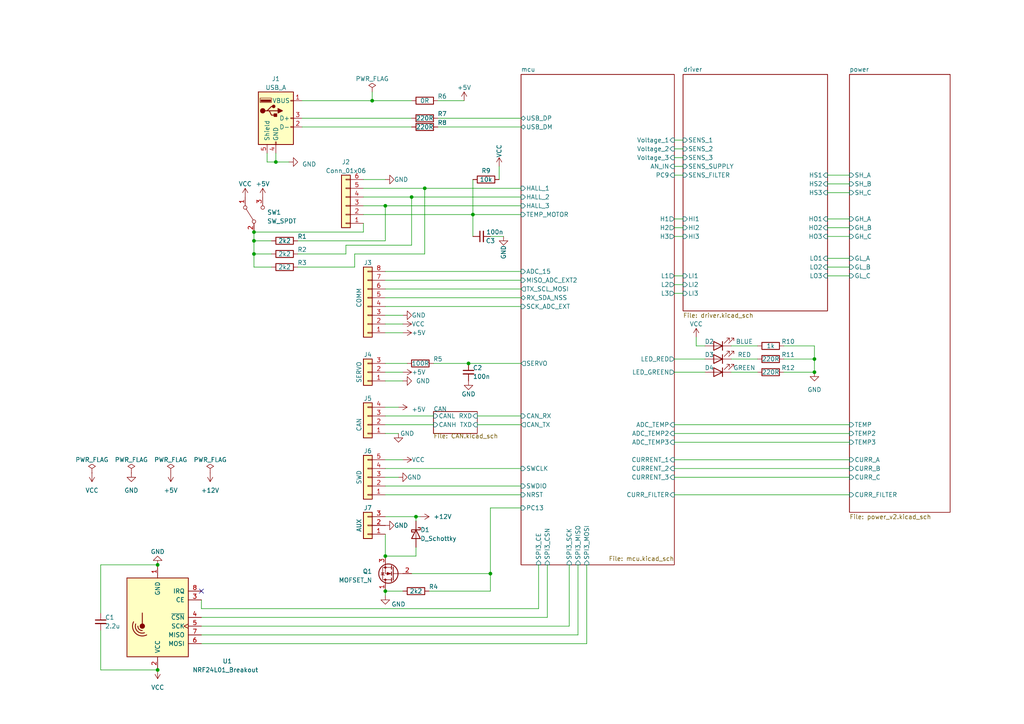
<source format=kicad_sch>
(kicad_sch (version 20230121) (generator eeschema)
  (paper "A4")
  (lib_symbols
    (symbol "Connector:USB_A" (pin_names (offset 1.016))
      (property "Reference" "J" (at -5.08 11.43 0))
      (property "Value" "USB_A" (at -5.08 8.89 0))
      (symbol "USB_A_0_1"
        (rectangle (start -5.08 -7.62) (end 5.08 7.62) (stroke (width 0.254)) (fill (type background)))
        (circle (center -3.81 2.159) (radius 0.635) (stroke (width 0.254)) (fill (type outline)))
        (rectangle (start -1.524 4.826) (end -4.318 5.334) (fill (type outline)))
        (rectangle (start -1.27 4.572) (end -4.572 5.842))
        (circle (center -0.635 3.429) (radius 0.381) (stroke (width 0.254)) (fill (type outline)))
        (rectangle (start -0.127 -7.62) (end 0.127 -6.858))
        (polyline (pts (xy -3.175 2.159) (xy -2.54 2.159) (xy -1.27 3.429) (xy -0.635 3.429)) (stroke (width 0.254)))
        (polyline (pts (xy -2.54 2.159) (xy -1.905 2.159) (xy -1.27 0.889) (xy 0 0.889)) (stroke (width 0.254)))
        (polyline (pts (xy 0.635 2.794) (xy 0.635 1.524) (xy 1.905 2.159) (xy 0.635 2.794)) (stroke (width 0.254)) (fill (type outline)))
        (rectangle (start 0.254 1.27) (end -0.508 0.508) (stroke (width 0.254)) (fill (type outline)))
        (rectangle (start 5.08 -2.667) (end 4.318 -2.413))
        (rectangle (start 5.08 -0.127) (end 4.318 0.127))
        (rectangle (start 5.08 4.953) (end 4.318 5.207))
      )
      (symbol "USB_A_1_1"
        (polyline (pts (xy -1.905 2.159) (xy 0.635 2.159)) (stroke (width 0.254)))
        (pin power_in line (at 7.62 5.08 180) (length 2.54) (name "VBUS") (number "1"))
        (pin bidirectional line (at 7.62 -2.54 180) (length 2.54) (name "D-") (number "2"))
        (pin bidirectional line (at 7.62 0 180) (length 2.54) (name "D+") (number "3"))
        (pin power_in line (at 0 -10.16 90) (length 2.54) (name "GND") (number "4"))
        (pin passive line (at -2.54 -10.16 90) (length 2.54) (name "Shield") (number "5"))
      )
    )
    (symbol "Connector_Generic:Conn_01x03" (pin_names (offset 1.016) hide)
      (property "Reference" "J" (at 0 5.08 0))
      (property "Value" "Conn_01x03" (at 0 -5.08 0))
      (symbol "Conn_01x03_1_1"
        (rectangle (start -1.27 -2.413) (end 0 -2.667) (stroke (width 0.1524)))
        (rectangle (start -1.27 0.127) (end 0 -0.127) (stroke (width 0.1524)))
        (rectangle (start -1.27 2.667) (end 0 2.413) (stroke (width 0.1524)))
        (rectangle (start -1.27 3.81) (end 1.27 -3.81) (stroke (width 0.254)) (fill (type background)))
        (pin passive line (at -5.08 2.54 0) (length 3.81) (name "Pin_1") (number "1"))
        (pin passive line (at -5.08 0 0) (length 3.81) (name "Pin_2") (number "2"))
        (pin passive line (at -5.08 -2.54 0) (length 3.81) (name "Pin_3") (number "3"))
      )
    )
    (symbol "Connector_Generic:Conn_01x04" (pin_names (offset 1.016) hide)
      (property "Reference" "J" (at 0 5.08 0))
      (property "Value" "Conn_01x04" (at 0 -7.62 0))
      (symbol "Conn_01x04_1_1"
        (rectangle (start -1.27 -4.953) (end 0 -5.207) (stroke (width 0.1524)))
        (rectangle (start -1.27 -2.413) (end 0 -2.667) (stroke (width 0.1524)))
        (rectangle (start -1.27 0.127) (end 0 -0.127) (stroke (width 0.1524)))
        (rectangle (start -1.27 2.667) (end 0 2.413) (stroke (width 0.1524)))
        (rectangle (start -1.27 3.81) (end 1.27 -6.35) (stroke (width 0.254)) (fill (type background)))
        (pin passive line (at -5.08 2.54 0) (length 3.81) (name "Pin_1") (number "1"))
        (pin passive line (at -5.08 0 0) (length 3.81) (name "Pin_2") (number "2"))
        (pin passive line (at -5.08 -2.54 0) (length 3.81) (name "Pin_3") (number "3"))
        (pin passive line (at -5.08 -5.08 0) (length 3.81) (name "Pin_4") (number "4"))
      )
    )
    (symbol "Connector_Generic:Conn_01x05" (pin_names (offset 1.016) hide)
      (property "Reference" "J" (at 0 7.62 0))
      (property "Value" "Conn_01x05" (at 0 -7.62 0))
      (symbol "Conn_01x05_1_1"
        (rectangle (start -1.27 -4.953) (end 0 -5.207) (stroke (width 0.1524)))
        (rectangle (start -1.27 -2.413) (end 0 -2.667) (stroke (width 0.1524)))
        (rectangle (start -1.27 0.127) (end 0 -0.127) (stroke (width 0.1524)))
        (rectangle (start -1.27 2.667) (end 0 2.413) (stroke (width 0.1524)))
        (rectangle (start -1.27 5.207) (end 0 4.953) (stroke (width 0.1524)))
        (rectangle (start -1.27 6.35) (end 1.27 -6.35) (stroke (width 0.254)) (fill (type background)))
        (pin passive line (at -5.08 5.08 0) (length 3.81) (name "Pin_1") (number "1"))
        (pin passive line (at -5.08 2.54 0) (length 3.81) (name "Pin_2") (number "2"))
        (pin passive line (at -5.08 0 0) (length 3.81) (name "Pin_3") (number "3"))
        (pin passive line (at -5.08 -2.54 0) (length 3.81) (name "Pin_4") (number "4"))
        (pin passive line (at -5.08 -5.08 0) (length 3.81) (name "Pin_5") (number "5"))
      )
    )
    (symbol "Connector_Generic:Conn_01x06" (pin_names (offset 1.016) hide)
      (property "Reference" "J" (at 0 7.62 0))
      (property "Value" "Conn_01x06" (at 0 -10.16 0))
      (symbol "Conn_01x06_1_1"
        (rectangle (start -1.27 -7.493) (end 0 -7.747) (stroke (width 0.1524)))
        (rectangle (start -1.27 -4.953) (end 0 -5.207) (stroke (width 0.1524)))
        (rectangle (start -1.27 -2.413) (end 0 -2.667) (stroke (width 0.1524)))
        (rectangle (start -1.27 0.127) (end 0 -0.127) (stroke (width 0.1524)))
        (rectangle (start -1.27 2.667) (end 0 2.413) (stroke (width 0.1524)))
        (rectangle (start -1.27 5.207) (end 0 4.953) (stroke (width 0.1524)))
        (rectangle (start -1.27 6.35) (end 1.27 -8.89) (stroke (width 0.254)) (fill (type background)))
        (pin passive line (at -5.08 5.08 0) (length 3.81) (name "Pin_1") (number "1"))
        (pin passive line (at -5.08 2.54 0) (length 3.81) (name "Pin_2") (number "2"))
        (pin passive line (at -5.08 0 0) (length 3.81) (name "Pin_3") (number "3"))
        (pin passive line (at -5.08 -2.54 0) (length 3.81) (name "Pin_4") (number "4"))
        (pin passive line (at -5.08 -5.08 0) (length 3.81) (name "Pin_5") (number "5"))
        (pin passive line (at -5.08 -7.62 0) (length 3.81) (name "Pin_6") (number "6"))
      )
    )
    (symbol "Connector_Generic:Conn_01x08" (pin_names (offset 1.016) hide)
      (property "Reference" "J" (at 0 10.16 0))
      (property "Value" "Conn_01x08" (at 0 -12.7 0))
      (symbol "Conn_01x08_1_1"
        (rectangle (start -1.27 -10.033) (end 0 -10.287) (stroke (width 0.1524)))
        (rectangle (start -1.27 -7.493) (end 0 -7.747) (stroke (width 0.1524)))
        (rectangle (start -1.27 -4.953) (end 0 -5.207) (stroke (width 0.1524)))
        (rectangle (start -1.27 -2.413) (end 0 -2.667) (stroke (width 0.1524)))
        (rectangle (start -1.27 0.127) (end 0 -0.127) (stroke (width 0.1524)))
        (rectangle (start -1.27 2.667) (end 0 2.413) (stroke (width 0.1524)))
        (rectangle (start -1.27 5.207) (end 0 4.953) (stroke (width 0.1524)))
        (rectangle (start -1.27 7.747) (end 0 7.493) (stroke (width 0.1524)))
        (rectangle (start -1.27 8.89) (end 1.27 -11.43) (stroke (width 0.254)) (fill (type background)))
        (pin passive line (at -5.08 7.62 0) (length 3.81) (name "Pin_1") (number "1"))
        (pin passive line (at -5.08 5.08 0) (length 3.81) (name "Pin_2") (number "2"))
        (pin passive line (at -5.08 2.54 0) (length 3.81) (name "Pin_3") (number "3"))
        (pin passive line (at -5.08 0 0) (length 3.81) (name "Pin_4") (number "4"))
        (pin passive line (at -5.08 -2.54 0) (length 3.81) (name "Pin_5") (number "5"))
        (pin passive line (at -5.08 -5.08 0) (length 3.81) (name "Pin_6") (number "6"))
        (pin passive line (at -5.08 -7.62 0) (length 3.81) (name "Pin_7") (number "7"))
        (pin passive line (at -5.08 -10.16 0) (length 3.81) (name "Pin_8") (number "8"))
      )
    )
    (symbol "Device:C_Small" (pin_numbers hide) (pin_names (offset 0.254) hide)
      (property "Reference" "C" (at 0.254 1.778 0))
      (property "Value" "C_Small" (at 0.254 -2.032 0))
      (symbol "C_Small_0_1"
        (polyline (pts (xy -1.524 -0.508) (xy 1.524 -0.508)) (stroke (width 0.3302)))
        (polyline (pts (xy -1.524 0.508) (xy 1.524 0.508)) (stroke (width 0.3048)))
      )
      (symbol "C_Small_1_1"
        (pin passive line (at 0 2.54 270) (length 2.032) (name "~") (number "1"))
        (pin passive line (at 0 -2.54 90) (length 2.032) (name "~") (number "2"))
      )
    )
    (symbol "Device:D_Schottky" (pin_numbers hide) (pin_names (offset 1.016) hide)
      (property "Reference" "D" (at 0 2.54 0))
      (property "Value" "D_Schottky" (at 0 -2.54 0))
      (symbol "D_Schottky_0_1"
        (polyline (pts (xy 1.27 0) (xy -1.27 0)))
        (polyline (pts (xy 1.27 1.27) (xy 1.27 -1.27) (xy -1.27 0) (xy 1.27 1.27)) (stroke (width 0.254)))
        (polyline (pts (xy -1.905 0.635) (xy -1.905 1.27) (xy -1.27 1.27) (xy -1.27 -1.27) (xy -0.635 -1.27) (xy -0.635 -0.635)) (stroke (width 0.254)))
      )
      (symbol "D_Schottky_1_1"
        (pin passive line (at -3.81 0 0) (length 2.54) (name "K") (number "1"))
        (pin passive line (at 3.81 0 180) (length 2.54) (name "A") (number "2"))
      )
    )
    (symbol "Device:LED" (pin_numbers hide) (pin_names (offset 1.016) hide)
      (property "Reference" "D" (at 0 2.54 0))
      (property "Value" "LED" (at 0 -2.54 0))
      (symbol "LED_0_1"
        (polyline (pts (xy -1.27 -1.27) (xy -1.27 1.27)) (stroke (width 0.254)))
        (polyline (pts (xy -1.27 0) (xy 1.27 0)))
        (polyline (pts (xy 1.27 -1.27) (xy 1.27 1.27) (xy -1.27 0) (xy 1.27 -1.27)) (stroke (width 0.254)))
        (polyline (pts (xy -3.048 -0.762) (xy -4.572 -2.286) (xy -3.81 -2.286) (xy -4.572 -2.286) (xy -4.572 -1.524)))
        (polyline (pts (xy -1.778 -0.762) (xy -3.302 -2.286) (xy -2.54 -2.286) (xy -3.302 -2.286) (xy -3.302 -1.524)))
      )
      (symbol "LED_1_1"
        (pin passive line (at -3.81 0 0) (length 2.54) (name "K") (number "1"))
        (pin passive line (at 3.81 0 180) (length 2.54) (name "A") (number "2"))
      )
    )
    (symbol "Device:R" (pin_numbers hide) (pin_names (offset 0))
      (property "Reference" "R" (at 2.032 0 90))
      (property "Value" "R" (at 0 0 90))
      (symbol "R_0_1"
        (rectangle (start -1.016 -2.54) (end 1.016 2.54) (stroke (width 0.254)))
      )
      (symbol "R_1_1"
        (pin passive line (at 0 3.81 270) (length 1.27) (name "~") (number "1"))
        (pin passive line (at 0 -3.81 90) (length 1.27) (name "~") (number "2"))
      )
    )
    (symbol "RF:NRF24L01_Breakout" (pin_names (offset 1.016))
      (property "Reference" "U" (at -8.89 12.7 0))
      (property "Value" "NRF24L01_Breakout" (at 3.81 12.7 0))
      (symbol "NRF24L01_Breakout_0_1"
        (rectangle (start -8.89 11.43) (end 8.89 -11.43) (stroke (width 0.254)) (fill (type background)))
        (polyline (pts (xy 4.445 1.905) (xy 4.445 -1.27)) (stroke (width 0.254)))
        (circle (center 4.445 2.54) (radius 0.635) (stroke (width 0.254)) (fill (type outline)))
        (arc (start 5.715 2.54) (mid 5.3521 3.4546) (end 4.445 3.81) (stroke (width 0.254)))
        (arc (start 6.35 1.905) (mid 5.8763 3.9854) (end 3.81 4.445) (stroke (width 0.254)))
        (arc (start 6.985 1.27) (mid 6.453 4.548) (end 3.175 5.08) (stroke (width 0.254)))
      )
      (symbol "NRF24L01_Breakout_1_1"
        (pin power_in line (at 0 -15.24 90) (length 3.81) (name "GND") (number "1"))
        (pin power_in line (at 0 15.24 270) (length 3.81) (name "VCC") (number "2"))
        (pin input line (at -12.7 -5.08 0) (length 3.81) (name "CE") (number "3"))
        (pin input line (at -12.7 0 0) (length 3.81) (name "~{CSN}") (number "4"))
        (pin input clock (at -12.7 2.54 0) (length 3.81) (name "SCK") (number "5"))
        (pin input line (at -12.7 7.62 0) (length 3.81) (name "MOSI") (number "6"))
        (pin output line (at -12.7 5.08 0) (length 3.81) (name "MISO") (number "7"))
        (pin output line (at -12.7 -7.62 0) (length 3.81) (name "IRQ") (number "8"))
      )
    )
    (symbol "Switch:SW_SPDT" (pin_names (offset 0) hide)
      (property "Reference" "SW" (at 0 4.318 0))
      (property "Value" "SW_SPDT" (at 0 -5.08 0))
      (symbol "SW_SPDT_0_0"
        (circle (center -2.032 0) (radius 0.508))
        (circle (center 2.032 -2.54) (radius 0.508))
      )
      (symbol "SW_SPDT_0_1"
        (polyline (pts (xy -1.524 0.254) (xy 1.651 2.286)))
        (circle (center 2.032 2.54) (radius 0.508))
      )
      (symbol "SW_SPDT_1_1"
        (pin passive line (at 5.08 2.54 180) (length 2.54) (name "A") (number "1"))
        (pin passive line (at -5.08 0 0) (length 2.54) (name "B") (number "2"))
        (pin passive line (at 5.08 -2.54 180) (length 2.54) (name "C") (number "3"))
      )
    )
    (symbol "Transistor_FET:IRF7748L1" (pin_names hide)
      (property "Reference" "Q" (at 5.08 1.905 0))
      (property "Value" "IRF7748L1" (at 5.08 0 0))
      (symbol "IRF7748L1_0_1"
        (polyline (pts (xy 0.254 0) (xy -2.54 0)))
        (polyline (pts (xy 0.254 1.905) (xy 0.254 -1.905)) (stroke (width 0.254)))
        (polyline (pts (xy 0.762 -1.27) (xy 0.762 -2.286)) (stroke (width 0.254)))
        (polyline (pts (xy 0.762 0.508) (xy 0.762 -0.508)) (stroke (width 0.254)))
        (polyline (pts (xy 0.762 2.286) (xy 0.762 1.27)) (stroke (width 0.254)))
        (polyline (pts (xy 2.54 2.54) (xy 2.54 1.778)))
        (polyline (pts (xy 2.54 -2.54) (xy 2.54 0) (xy 0.762 0)))
        (polyline (pts (xy 0.762 -1.778) (xy 3.302 -1.778) (xy 3.302 1.778) (xy 0.762 1.778)))
        (polyline (pts (xy 1.016 0) (xy 2.032 0.381) (xy 2.032 -0.381) (xy 1.016 0)) (fill (type outline)))
        (polyline (pts (xy 2.794 0.508) (xy 2.921 0.381) (xy 3.683 0.381) (xy 3.81 0.254)))
        (polyline (pts (xy 3.302 0.381) (xy 2.921 -0.254) (xy 3.683 -0.254) (xy 3.302 0.381)))
        (circle (center 1.651 0) (radius 2.794) (stroke (width 0.254)))
        (circle (center 2.54 -1.778) (radius 0.254) (fill (type outline)))
        (circle (center 2.54 1.778) (radius 0.254) (fill (type outline)))
      )
      (symbol "IRF7748L1_1_1"
        (pin passive line (at 2.54 5.08 270) (length 2.54) (name "D") (number "1"))
        (pin input line (at -5.08 0 0) (length 2.54) (name "G") (number "2"))
        (pin passive line (at 2.54 -5.08 90) (length 2.54) (name "S") (number "3"))
      )
    )
    (symbol "power:+12V" (power) (pin_names (offset 0))
      (property "Value" "+12V" (at 0 3.556 0))
      (symbol "+12V_0_1"
        (polyline (pts (xy -0.762 1.27) (xy 0 2.54)))
        (polyline (pts (xy 0 0) (xy 0 2.54)))
        (polyline (pts (xy 0 2.54) (xy 0.762 1.27)))
      )
      (symbol "+12V_1_1"
        (pin power_in line (at 0 0 90) (length 0) hide (name "+12V") (number "1"))
      )
    )
    (symbol "power:+5V" (power) (pin_names (offset 0))
      (property "Value" "+5V" (at 0 3.556 0))
      (symbol "+5V_0_1"
        (polyline (pts (xy -0.762 1.27) (xy 0 2.54)))
        (polyline (pts (xy 0 0) (xy 0 2.54)))
        (polyline (pts (xy 0 2.54) (xy 0.762 1.27)))
      )
      (symbol "+5V_1_1"
        (pin power_in line (at 0 0 90) (length 0) hide (name "+5V") (number "1"))
      )
    )
    (symbol "power:GND" (power) (pin_names (offset 0))
      (property "Value" "GND" (at 0 -3.81 0))
      (symbol "GND_0_1"
        (polyline (pts (xy 0 0) (xy 0 -1.27) (xy 1.27 -1.27) (xy 0 -2.54) (xy -1.27 -1.27) (xy 0 -1.27)))
      )
      (symbol "GND_1_1"
        (pin power_in line (at 0 0 270) (length 0) hide (name "GND") (number "1"))
      )
    )
    (symbol "power:PWR_FLAG" (power) (pin_numbers hide) (pin_names (offset 0) hide)
      (property "Value" "PWR_FLAG" (at 0 3.81 0))
      (symbol "PWR_FLAG_0_0"
        (pin power_out line (at 0 0 90) (length 0) (name "pwr") (number "1"))
      )
      (symbol "PWR_FLAG_0_1"
        (polyline (pts (xy 0 0) (xy 0 1.27) (xy -1.016 1.905) (xy 0 2.54) (xy 1.016 1.905) (xy 0 1.27)))
      )
    )
    (symbol "power:VCC" (power) (pin_names (offset 0))
      (property "Value" "VCC" (at 0 3.81 0))
      (symbol "VCC_0_1"
        (polyline (pts (xy -0.762 1.27) (xy 0 2.54)))
        (polyline (pts (xy 0 0) (xy 0 2.54)))
        (polyline (pts (xy 0 2.54) (xy 0.762 1.27)))
      )
      (symbol "VCC_1_1"
        (pin power_in line (at 0 0 90) (length 0) hide (name "VCC") (number "1"))
      )
    )
  )
  (junction (at 123.19 54.61))
  (junction (at 236.22 107.95))
  (junction (at 45.72 163.83))
  (junction (at 73.66 73.66))
  (junction (at 142.24 166.37))
  (junction (at 111.76 59.69))
  (junction (at 236.22 104.14))
  (junction (at 45.72 194.31))
  (junction (at 111.76 161.29))
  (junction (at 135.89 105.41))
  (junction (at 111.76 171.45))
  (junction (at 73.66 67.31))
  (junction (at 119.38 57.15))
  (junction (at 107.95 29.21))
  (junction (at 120.65 149.86))
  (junction (at 80.01 46.99))
  (junction (at 73.66 69.85))
  (junction (at 137.16 62.23))
  (no_connect (at 58.42 171.45))
  (wire (pts (xy 29.21 163.83) (xy 29.21 177.8)))
  (wire (pts (xy 195.58 123.19) (xy 246.38 123.19)))
  (wire (pts (xy 227.33 107.95) (xy 236.22 107.95)))
  (wire (pts (xy 156.21 163.83) (xy 156.21 176.53)))
  (wire (pts (xy 142.24 166.37) (xy 142.24 147.32)))
  (wire (pts (xy 195.58 66.04) (xy 198.12 66.04)))
  (wire (pts (xy 73.66 69.85) (xy 78.74 69.85)))
  (wire (pts (xy 120.65 149.86) (xy 121.92 149.86)))
  (wire (pts (xy 29.21 194.31) (xy 45.72 194.31)))
  (wire (pts (xy 111.76 83.82) (xy 151.13 83.82)))
  (wire (pts (xy 86.36 73.66) (xy 100.33 73.66)))
  (wire (pts (xy 195.58 104.14) (xy 204.47 104.14)))
  (wire (pts (xy 58.42 176.53) (xy 58.42 173.99)))
  (wire (pts (xy 87.63 34.29) (xy 119.38 34.29)))
  (wire (pts (xy 116.84 96.52) (xy 111.76 96.52)))
  (wire (pts (xy 123.19 54.61) (xy 151.13 54.61)))
  (wire (pts (xy 100.33 71.12) (xy 119.38 71.12)))
  (wire (pts (xy 195.58 63.5) (xy 198.12 63.5)))
  (wire (pts (xy 195.58 138.43) (xy 246.38 138.43)))
  (wire (pts (xy 45.72 163.83) (xy 29.21 163.83)))
  (wire (pts (xy 107.95 26.67) (xy 107.95 29.21)))
  (wire (pts (xy 240.03 77.47) (xy 246.38 77.47)))
  (wire (pts (xy 83.82 46.99) (xy 80.01 46.99)))
  (wire (pts (xy 240.03 55.88) (xy 246.38 55.88)))
  (wire (pts (xy 116.84 110.49) (xy 111.76 110.49)))
  (wire (pts (xy 120.65 158.75) (xy 120.65 161.29)))
  (wire (pts (xy 116.84 91.44) (xy 111.76 91.44)))
  (wire (pts (xy 58.42 179.07) (xy 158.75 179.07)))
  (wire (pts (xy 111.76 143.51) (xy 151.13 143.51)))
  (wire (pts (xy 170.18 163.83) (xy 170.18 186.69)))
  (wire (pts (xy 73.66 67.31) (xy 73.66 69.85)))
  (wire (pts (xy 29.21 182.88) (xy 29.21 194.31)))
  (wire (pts (xy 111.76 59.69) (xy 151.13 59.69)))
  (wire (pts (xy 73.66 73.66) (xy 73.66 77.47)))
  (wire (pts (xy 201.93 100.33) (xy 204.47 100.33)))
  (wire (pts (xy 111.76 140.97) (xy 151.13 140.97)))
  (wire (pts (xy 195.58 50.8) (xy 198.12 50.8)))
  (wire (pts (xy 123.19 73.66) (xy 123.19 54.61)))
  (wire (pts (xy 111.76 135.89) (xy 151.13 135.89)))
  (wire (pts (xy 227.33 100.33) (xy 236.22 100.33)))
  (wire (pts (xy 135.89 105.41) (xy 125.73 105.41)))
  (wire (pts (xy 116.84 171.45) (xy 111.76 171.45)))
  (wire (pts (xy 105.41 67.31) (xy 73.66 67.31)))
  (wire (pts (xy 111.76 118.11) (xy 115.57 118.11)))
  (wire (pts (xy 111.76 105.41) (xy 118.11 105.41)))
  (wire (pts (xy 111.76 81.28) (xy 151.13 81.28)))
  (wire (pts (xy 102.87 73.66) (xy 123.19 73.66)))
  (wire (pts (xy 137.16 52.07) (xy 137.16 62.23)))
  (wire (pts (xy 212.09 104.14) (xy 219.71 104.14)))
  (wire (pts (xy 124.46 171.45) (xy 142.24 171.45)))
  (wire (pts (xy 240.03 66.04) (xy 246.38 66.04)))
  (wire (pts (xy 195.58 85.09) (xy 198.12 85.09)))
  (wire (pts (xy 135.89 105.41) (xy 151.13 105.41)))
  (wire (pts (xy 142.24 166.37) (xy 142.24 171.45)))
  (wire (pts (xy 195.58 82.55) (xy 198.12 82.55)))
  (wire (pts (xy 195.58 107.95) (xy 204.47 107.95)))
  (wire (pts (xy 120.65 151.13) (xy 120.65 149.86)))
  (wire (pts (xy 111.76 88.9) (xy 151.13 88.9)))
  (wire (pts (xy 111.76 154.94) (xy 111.76 161.29)))
  (wire (pts (xy 195.58 80.01) (xy 198.12 80.01)))
  (wire (pts (xy 167.64 184.15) (xy 58.42 184.15)))
  (wire (pts (xy 156.21 176.53) (xy 58.42 176.53)))
  (wire (pts (xy 105.41 54.61) (xy 123.19 54.61)))
  (wire (pts (xy 167.64 163.83) (xy 167.64 184.15)))
  (wire (pts (xy 77.47 44.45) (xy 77.47 46.99)))
  (wire (pts (xy 137.16 62.23) (xy 151.13 62.23)))
  (wire (pts (xy 201.93 97.79) (xy 201.93 100.33)))
  (wire (pts (xy 102.87 77.47) (xy 102.87 73.66)))
  (wire (pts (xy 195.58 133.35) (xy 246.38 133.35)))
  (wire (pts (xy 158.75 179.07) (xy 158.75 163.83)))
  (wire (pts (xy 144.78 48.26) (xy 144.78 52.07)))
  (wire (pts (xy 240.03 53.34) (xy 246.38 53.34)))
  (wire (pts (xy 195.58 135.89) (xy 246.38 135.89)))
  (wire (pts (xy 165.1 163.83) (xy 165.1 181.61)))
  (wire (pts (xy 107.95 29.21) (xy 119.38 29.21)))
  (wire (pts (xy 127 36.83) (xy 151.13 36.83)))
  (wire (pts (xy 195.58 48.26) (xy 198.12 48.26)))
  (wire (pts (xy 105.41 62.23) (xy 137.16 62.23)))
  (wire (pts (xy 73.66 73.66) (xy 78.74 73.66)))
  (wire (pts (xy 119.38 166.37) (xy 142.24 166.37)))
  (wire (pts (xy 195.58 128.27) (xy 246.38 128.27)))
  (wire (pts (xy 111.76 171.45) (xy 111.76 172.72)))
  (wire (pts (xy 87.63 29.21) (xy 107.95 29.21)))
  (wire (pts (xy 100.33 73.66) (xy 100.33 71.12)))
  (wire (pts (xy 240.03 63.5) (xy 246.38 63.5)))
  (wire (pts (xy 119.38 57.15) (xy 151.13 57.15)))
  (wire (pts (xy 240.03 80.01) (xy 246.38 80.01)))
  (wire (pts (xy 111.76 78.74) (xy 151.13 78.74)))
  (wire (pts (xy 195.58 68.58) (xy 198.12 68.58)))
  (wire (pts (xy 116.84 107.95) (xy 111.76 107.95)))
  (wire (pts (xy 58.42 186.69) (xy 170.18 186.69)))
  (wire (pts (xy 195.58 143.51) (xy 246.38 143.51)))
  (wire (pts (xy 236.22 100.33) (xy 236.22 104.14)))
  (wire (pts (xy 86.36 69.85) (xy 111.76 69.85)))
  (wire (pts (xy 105.41 52.07) (xy 111.76 52.07)))
  (wire (pts (xy 111.76 120.65) (xy 125.73 120.65)))
  (wire (pts (xy 105.41 64.77) (xy 105.41 67.31)))
  (wire (pts (xy 146.05 68.58) (xy 142.24 68.58)))
  (wire (pts (xy 195.58 43.18) (xy 198.12 43.18)))
  (wire (pts (xy 120.65 161.29) (xy 111.76 161.29)))
  (wire (pts (xy 212.09 107.95) (xy 219.71 107.95)))
  (wire (pts (xy 111.76 123.19) (xy 125.73 123.19)))
  (wire (pts (xy 227.33 104.14) (xy 236.22 104.14)))
  (wire (pts (xy 86.36 77.47) (xy 102.87 77.47)))
  (wire (pts (xy 58.42 181.61) (xy 165.1 181.61)))
  (wire (pts (xy 127 34.29) (xy 151.13 34.29)))
  (wire (pts (xy 73.66 77.47) (xy 78.74 77.47)))
  (wire (pts (xy 138.43 120.65) (xy 151.13 120.65)))
  (wire (pts (xy 142.24 147.32) (xy 151.13 147.32)))
  (wire (pts (xy 127 29.21) (xy 134.62 29.21)))
  (wire (pts (xy 105.41 57.15) (xy 119.38 57.15)))
  (wire (pts (xy 236.22 104.14) (xy 236.22 107.95)))
  (wire (pts (xy 116.84 133.35) (xy 111.76 133.35)))
  (wire (pts (xy 111.76 59.69) (xy 111.76 69.85)))
  (wire (pts (xy 195.58 45.72) (xy 198.12 45.72)))
  (wire (pts (xy 111.76 138.43) (xy 115.57 138.43)))
  (wire (pts (xy 77.47 46.99) (xy 80.01 46.99)))
  (wire (pts (xy 87.63 36.83) (xy 119.38 36.83)))
  (wire (pts (xy 73.66 69.85) (xy 73.66 73.66)))
  (wire (pts (xy 105.41 59.69) (xy 111.76 59.69)))
  (wire (pts (xy 137.16 62.23) (xy 137.16 68.58)))
  (wire (pts (xy 240.03 50.8) (xy 246.38 50.8)))
  (wire (pts (xy 138.43 123.19) (xy 151.13 123.19)))
  (wire (pts (xy 195.58 40.64) (xy 198.12 40.64)))
  (wire (pts (xy 116.84 93.98) (xy 111.76 93.98)))
  (wire (pts (xy 111.76 125.73) (xy 115.57 125.73)))
  (wire (pts (xy 195.58 125.73) (xy 246.38 125.73)))
  (wire (pts (xy 119.38 57.15) (xy 119.38 71.12)))
  (wire (pts (xy 212.09 100.33) (xy 219.71 100.33)))
  (wire (pts (xy 240.03 68.58) (xy 246.38 68.58)))
  (wire (pts (xy 111.76 149.86) (xy 120.65 149.86)))
  (wire (pts (xy 240.03 74.93) (xy 246.38 74.93)))
  (wire (pts (xy 80.01 44.45) (xy 80.01 46.99)))
  (wire (pts (xy 111.76 86.36) (xy 151.13 86.36)))
  (symbol (lib_id "Device:R") (at 123.19 29.21 270) (unit 1)
    (property "Reference" "R6" (at 128.27 27.94 90))
    (property "Value" "0R" (at 123.19 29.21 90))
    (property "Footprint" "Resistor_SMD:R_0805_2012Metric" (effects hide))
  )
  (symbol (lib_id "power:GND") (at 45.72 163.83 180) (unit 1)
    (property "Reference" "#PWR03" (effects hide))
    (property "Value" "GND" (at 45.72 160.02 0))
  )
  (symbol (lib_id "Device:R") (at 121.92 105.41 270) (unit 1)
    (property "Reference" "R5" (at 127 104.14 90))
    (property "Value" "100R" (at 121.92 105.41 90))
    (property "Footprint" "Resistor_SMD:R_0805_2012Metric" (effects hide))
  )
  (symbol (lib_id "power:VCC") (at 116.84 93.98 270) (unit 1)
    (property "Reference" "#PWR017" (effects hide))
    (property "Value" "VCC" (at 119.38 93.98 90) (effects (justify left)))
  )
  (symbol (lib_id "power:GND") (at 83.82 46.99 90) (unit 1)
    (property "Reference" "#PWR09" (effects hide))
    (property "Value" "GND" (at 87.63 47.625 90) (effects (justify right)))
  )
  (symbol (lib_id "Device:R") (at 82.55 77.47 270) (unit 1)
    (property "Reference" "R3" (at 87.63 76.2 90))
    (property "Value" "2k2" (at 82.55 77.47 90))
    (property "Footprint" "Resistor_SMD:R_0805_2012Metric" (effects hide))
  )
  (symbol (lib_id "Device:R") (at 82.55 69.85 270) (unit 1)
    (property "Reference" "R1" (at 87.63 68.58 90))
    (property "Value" "2k2" (at 82.55 69.85 90))
    (property "Footprint" "Resistor_SMD:R_0805_2012Metric" (effects hide))
  )
  (symbol (lib_id "power:PWR_FLAG") (at 38.1 137.16 0) (unit 1)
    (property "Reference" "#FLG02" (effects hide))
    (property "Value" "PWR_FLAG" (at 38.1 133.35 0))
  )
  (symbol (lib_id "Device:LED") (at 208.28 100.33 180) (unit 1)
    (property "Reference" "D2" (at 205.74 99.06 0))
    (property "Value" "BLUE" (at 215.9 99.06 0))
    (property "Footprint" "LED_SMD:LED_0805_2012Metric" (effects hide))
  )
  (symbol (lib_id "power:PWR_FLAG") (at 26.67 137.16 0) (unit 1)
    (property "Reference" "#FLG01" (effects hide))
    (property "Value" "PWR_FLAG" (at 26.67 133.35 0))
  )
  (symbol (lib_id "power:VCC") (at 201.93 97.79 0) (unit 1)
    (property "Reference" "#PWR027" (effects hide))
    (property "Value" "VCC" (at 201.93 93.98 0))
  )
  (symbol (lib_id "Device:C_Small") (at 139.7 68.58 90) (unit 1)
    (property "Reference" "C3" (at 142.24 69.85 90))
    (property "Value" "100n" (at 143.51 67.31 90))
    (property "Footprint" "Capacitor_SMD:C_0805_2012Metric" (effects hide))
  )
  (symbol (lib_id "Connector_Generic:Conn_01x08") (at 106.68 88.9 180) (unit 1)
    (property "Reference" "J3" (at 106.68 76.2 0))
    (property "Value" "COMM" (at 104.14 86.36 90))
    (property "Footprint" "Connector_PinHeader_2.54mm:PinHeader_1x08_P2.54mm_Vertical" (effects hide))
  )
  (symbol (lib_id "power:GND") (at 111.76 172.72 0) (unit 1)
    (property "Reference" "#PWR012" (effects hide))
    (property "Value" "GND" (at 115.57 175.26 0))
  )
  (symbol (lib_id "power:GND") (at 111.76 152.4 90) (unit 1)
    (property "Reference" "#PWR011" (effects hide))
    (property "Value" "GND" (at 114.3 152.4 90) (effects (justify right)))
  )
  (symbol (lib_id "power:VCC") (at 71.12 57.15 0) (unit 1)
    (property "Reference" "#PWR07" (effects hide))
    (property "Value" "VCC" (at 71.12 53.34 0))
  )
  (symbol (lib_id "power:+12V") (at 121.92 149.86 270) (unit 1)
    (property "Reference" "#PWR022" (effects hide))
    (property "Value" "+12V" (at 125.73 149.86 90) (effects (justify left)))
  )
  (symbol (lib_id "power:VCC") (at 26.67 137.16 180) (unit 1)
    (property "Reference" "#PWR01" (effects hide))
    (property "Value" "VCC" (at 26.67 142.24 0))
  )
  (symbol (lib_id "Device:R") (at 223.52 104.14 270) (unit 1)
    (property "Reference" "R11" (at 228.6 102.87 90))
    (property "Value" "220R" (at 223.52 104.14 90))
    (property "Footprint" "Resistor_SMD:R_0805_2012Metric" (effects hide))
  )
  (symbol (lib_id "power:+5V") (at 134.62 29.21 0) (unit 1)
    (property "Reference" "#PWR023" (effects hide))
    (property "Value" "+5V" (at 134.62 25.4 0))
  )
  (symbol (lib_id "RF:NRF24L01_Breakout") (at 45.72 179.07 180) (unit 1)
    (property "Reference" "U1" (at 67.31 191.77 0) (effects (justify left)))
    (property "Value" "NRF24L01_Breakout" (at 74.93 194.31 0) (effects (justify left)))
    (property "Footprint" "RF_Module:nRF24L01_Breakout" (effects hide))
    (property "Datasheet" "http://www.nordicsemi.com/eng/content/download/2730/34105/file/nRF24L01_Product_Specification_v2_0.pdf" (effects hide))
  )
  (symbol (lib_id "Device:LED") (at 208.28 107.95 180) (unit 1)
    (property "Reference" "D4" (at 205.74 106.68 0))
    (property "Value" "GREEN" (at 215.9 106.68 0))
    (property "Footprint" "LED_SMD:LED_0805_2012Metric" (effects hide))
  )
  (symbol (lib_id "power:VCC") (at 45.72 194.31 180) (unit 1)
    (property "Reference" "#PWR04" (effects hide))
    (property "Value" "VCC" (at 45.72 199.39 0))
  )
  (symbol (lib_id "Device:R") (at 120.65 171.45 270) (unit 1)
    (property "Reference" "R4" (at 125.73 170.18 90))
    (property "Value" "2k2" (at 120.65 171.45 90))
    (property "Footprint" "Resistor_SMD:R_0805_2012Metric" (effects hide))
  )
  (symbol (lib_id "power:PWR_FLAG") (at 107.95 26.67 0) (unit 1)
    (property "Reference" "#FLG05" (effects hide))
    (property "Value" "PWR_FLAG" (at 107.95 22.86 0))
  )
  (symbol (lib_id "Device:R") (at 82.55 73.66 270) (unit 1)
    (property "Reference" "R2" (at 87.63 72.39 90))
    (property "Value" "2k2" (at 82.55 73.66 90))
    (property "Footprint" "Resistor_SMD:R_0805_2012Metric" (effects hide))
  )
  (symbol (lib_id "power:GND") (at 236.22 107.95 0) (unit 1)
    (property "Reference" "#PWR028" (effects hide))
    (property "Value" "GND" (at 236.22 113.03 0))
  )
  (symbol (lib_id "Device:R") (at 123.19 34.29 270) (unit 1)
    (property "Reference" "R7" (at 128.27 33.02 90))
    (property "Value" "220R" (at 123.19 34.29 90))
    (property "Footprint" "Resistor_SMD:R_0805_2012Metric" (effects hide))
  )
  (symbol (lib_id "Switch:SW_SPDT") (at 73.66 62.23 90) (unit 1)
    (property "Reference" "SW1" (at 77.47 61.595 90) (effects (justify right)))
    (property "Value" "SW_SPDT" (at 77.47 64.135 90) (effects (justify right)))
    (property "Footprint" "Resistor_SMD:R_0805_2012Metric" (effects hide))
  )
  (symbol (lib_id "power:GND") (at 115.57 138.43 90) (unit 1)
    (property "Reference" "#PWR015" (effects hide))
    (property "Value" "GND" (at 118.11 138.43 90) (effects (justify right)))
  )
  (symbol (lib_id "power:PWR_FLAG") (at 60.96 137.16 0) (unit 1)
    (property "Reference" "#FLG04" (effects hide))
    (property "Value" "PWR_FLAG" (at 60.96 133.35 0))
  )
  (symbol (lib_id "power:GND") (at 135.89 110.49 0) (unit 1)
    (property "Reference" "#PWR024" (effects hide))
    (property "Value" "GND" (at 135.89 114.3 0))
  )
  (symbol (lib_id "power:GND") (at 115.57 125.73 0) (unit 1)
    (property "Reference" "#PWR014" (effects hide))
    (property "Value" "GND" (at 118.11 125.73 0))
  )
  (symbol (lib_id "power:GND") (at 116.84 91.44 90) (unit 1)
    (property "Reference" "#PWR016" (effects hide))
    (property "Value" "GND" (at 119.38 91.44 90) (effects (justify right)))
  )
  (symbol (lib_id "power:+5V") (at 116.84 96.52 270) (unit 1)
    (property "Reference" "#PWR018" (effects hide))
    (property "Value" "+5V" (at 119.38 96.52 90) (effects (justify left)))
  )
  (symbol (lib_id "power:+5V") (at 116.84 107.95 270) (unit 1)
    (property "Reference" "#PWR019" (effects hide))
    (property "Value" "+5V" (at 119.38 107.95 90) (effects (justify left)))
  )
  (symbol (lib_id "Device:R") (at 140.97 52.07 270) (unit 1)
    (property "Reference" "R9" (at 140.97 49.53 90))
    (property "Value" "10k" (at 140.97 52.07 90))
    (property "Footprint" "Resistor_SMD:R_0805_2012Metric" (effects hide))
  )
  (symbol (lib_id "power:+12V") (at 60.96 137.16 180) (unit 1)
    (property "Reference" "#PWR06" (effects hide))
    (property "Value" "+12V" (at 60.96 142.24 0))
  )
  (symbol (lib_id "power:PWR_FLAG") (at 49.53 137.16 0) (unit 1)
    (property "Reference" "#FLG03" (effects hide))
    (property "Value" "PWR_FLAG" (at 49.53 133.35 0))
  )
  (symbol (lib_id "Transistor_FET:IRF7748L1") (at 114.3 166.37 180) (unit 1)
    (property "Reference" "Q1" (at 107.95 165.735 0) (effects (justify left)))
    (property "Value" "MOFSET_N" (at 107.95 168.275 0) (effects (justify left)))
    (property "Footprint" "Package_DirectFET:DirectFET_L6" (effects hide))
    (property "Datasheet" "https://www.infineon.com/dgdl/irf7748l1pbf.pdf?fileId=5546d462533600a40153560434c11c9e" (effects hide))
  )
  (symbol (lib_id "Connector_Generic:Conn_01x04") (at 106.68 123.19 180) (unit 1)
    (property "Reference" "J5" (at 106.68 115.57 0))
    (property "Value" "CAN" (at 104.14 123.19 90))
  )
  (symbol (lib_id "power:GND") (at 111.76 52.07 90) (unit 1)
    (property "Reference" "#PWR010" (effects hide))
    (property "Value" "GND" (at 114.3 52.07 90) (effects (justify right)))
  )
  (symbol (lib_id "Connector_Generic:Conn_01x05") (at 106.68 138.43 180) (unit 1)
    (property "Reference" "J6" (at 106.68 130.81 0))
    (property "Value" "SWD" (at 104.14 138.43 90))
  )
  (symbol (lib_id "Device:C_Small") (at 29.21 180.34 0) (unit 1)
    (property "Reference" "C1" (at 30.48 179.07 0) (effects (justify left)))
    (property "Value" "2.2u" (at 30.48 181.61 0) (effects (justify left)))
    (property "Footprint" "Capacitor_SMD:C_0805_2012Metric" (effects hide))
  )
  (symbol (lib_id "Connector_Generic:Conn_01x06") (at 100.33 59.69 180) (unit 1)
    (property "Reference" "J2" (at 100.33 46.99 0))
    (property "Value" "Conn_01x06" (at 100.33 49.53 0))
    (property "Footprint" "Connector_JST:JST_XH_B6B-XH-A_1x06_P2.50mm_Vertical" (effects hide))
  )
  (symbol (lib_id "power:+5V") (at 76.2 57.15 0) (unit 1)
    (property "Reference" "#PWR08" (effects hide))
    (property "Value" "+5V" (at 76.2 53.34 0))
  )
  (symbol (lib_id "Connector_Generic:Conn_01x03") (at 106.68 107.95 180) (unit 1)
    (property "Reference" "J4" (at 106.68 102.87 0))
    (property "Value" "SERVO" (at 104.14 107.95 90))
  )
  (symbol (lib_id "power:+5V") (at 115.57 118.11 270) (unit 1)
    (property "Reference" "#PWR013" (effects hide))
    (property "Value" "+5V" (at 119.38 118.745 90) (effects (justify left)))
  )
  (symbol (lib_id "Device:C_Small") (at 135.89 107.95 0) (unit 1)
    (property "Reference" "C2" (at 137.16 106.68 0) (effects (justify left)))
    (property "Value" "100n" (at 137.16 109.22 0) (effects (justify left)))
    (property "Footprint" "Capacitor_SMD:C_0805_2012Metric" (effects hide))
  )
  (symbol (lib_id "power:GND") (at 38.1 137.16 0) (unit 1)
    (property "Reference" "#PWR02" (effects hide))
    (property "Value" "GND" (at 38.1 142.24 0))
  )
  (symbol (lib_id "Device:R") (at 223.52 107.95 270) (unit 1)
    (property "Reference" "R12" (at 228.6 106.68 90))
    (property "Value" "220R" (at 223.52 107.95 90))
    (property "Footprint" "Resistor_SMD:R_0805_2012Metric" (effects hide))
  )
  (symbol (lib_id "Device:D_Schottky") (at 120.65 154.94 270) (unit 1)
    (property "Reference" "D1" (at 121.92 153.67 90) (effects (justify left)))
    (property "Value" "D_Schottky" (at 121.92 156.21 90) (effects (justify left)))
  )
  (symbol (lib_id "Connector:USB_A") (at 80.01 34.29 0) (unit 1)
    (property "Reference" "J1" (at 80.01 22.86 0))
    (property "Value" "USB_A" (at 80.01 25.4 0))
    (property "Footprint" "Connector_USB:USB_Micro-B_Molex-105017-0001" (effects hide))
    (property "Datasheet" " ~" (effects hide))
  )
  (symbol (lib_id "Device:R") (at 223.52 100.33 270) (unit 1)
    (property "Reference" "R10" (at 228.6 99.06 90))
    (property "Value" "1k" (at 223.52 100.33 90))
    (property "Footprint" "Resistor_SMD:R_0805_2012Metric" (effects hide))
  )
  (symbol (lib_id "power:VCC") (at 116.84 133.35 270) (unit 1)
    (property "Reference" "#PWR021" (effects hide))
    (property "Value" "VCC" (at 119.38 133.35 90) (effects (justify left)))
  )
  (symbol (lib_id "Device:LED") (at 208.28 104.14 180) (unit 1)
    (property "Reference" "D3" (at 205.74 102.87 0))
    (property "Value" "RED" (at 215.9 102.87 0))
    (property "Footprint" "LED_SMD:LED_0805_2012Metric" (effects hide))
  )
  (symbol (lib_id "Device:R") (at 123.19 36.83 270) (unit 1)
    (property "Reference" "R8" (at 128.27 35.56 90))
    (property "Value" "220R" (at 123.19 36.83 90))
    (property "Footprint" "Resistor_SMD:R_0805_2012Metric" (effects hide))
  )
  (symbol (lib_id "power:VCC") (at 144.78 48.26 0) (unit 1)
    (property "Reference" "#PWR025" (effects hide))
    (property "Value" "VCC" (at 144.78 45.72 90) (effects (justify left)))
  )
  (symbol (lib_id "power:GND") (at 146.05 68.58 0) (unit 1)
    (property "Reference" "#PWR026" (effects hide))
    (property "Value" "GND" (at 146.05 71.12 90) (effects (justify right)))
  )
  (symbol (lib_id "power:GND") (at 116.84 110.49 90) (unit 1)
    (property "Reference" "#PWR020" (effects hide))
    (property "Value" "GND" (at 120.65 110.49 90) (effects (justify right)))
  )
  (symbol (lib_id "power:+5V") (at 49.53 137.16 180) (unit 1)
    (property "Reference" "#PWR05" (effects hide))
    (property "Value" "+5V" (at 49.53 142.24 0))
  )
  (symbol (lib_id "Connector_Generic:Conn_01x03") (at 106.68 152.4 180) (unit 1)
    (property "Reference" "J7" (at 106.68 147.32 0))
    (property "Value" "AUX" (at 104.14 152.4 90))
  )
  (sheet (at 246.38 21.59) (size 29.21 127) (stroke (width 0.1524))
    (property "Sheetname" "power" (at 246.38 20.8784 0) (effects (justify left bottom)))
    (property "Sheetfile" "power_v2.kicad_sch" (at 246.38 149.1746 0) (effects (justify left top)))
    (pin "SH_A" input (at 246.38 50.8 180))
    (pin "GH_A" input (at 246.38 63.5 180))
    (pin "SH_B" input (at 246.38 53.34 180))
    (pin "GH_B" input (at 246.38 66.04 180))
    (pin "GL_A" input (at 246.38 74.93 180))
    (pin "CURR_B" input (at 246.38 135.89 180))
    (pin "CURR_C" input (at 246.38 138.43 180))
    (pin "CURR_FILTER" input (at 246.38 143.51 180))
    (pin "GL_C" input (at 246.38 80.01 180))
    (pin "SH_C" input (at 246.38 55.88 180))
    (pin "GH_C" input (at 246.38 68.58 180))
    (pin "GL_B" input (at 246.38 77.47 180))
    (pin "TEMP" input (at 246.38 123.19 180))
    (pin "TEMP3" input (at 246.38 128.27 180))
    (pin "CURR_A" input (at 246.38 133.35 180))
    (pin "TEMP2" input (at 246.38 125.73 180))
  )
  (sheet (at 151.13 21.59) (size 44.45 142.24) (stroke (width 0.1524))
    (property "Sheetname" "mcu" (at 151.13 20.8784 0) (effects (justify left bottom)))
    (property "Sheetfile" "mcu.kicad_sch" (at 176.53 161.29 0) (effects (justify left top)))
    (pin "AN_IN" input (at 195.58 48.26 0))
    (pin "CURR_FILTER" input (at 195.58 143.51 0))
    (pin "CURRENT_1" input (at 195.58 133.35 0))
    (pin "CURRENT_2" input (at 195.58 135.89 0))
    (pin "CURRENT_3" input (at 195.58 138.43 0))
    (pin "NRST" input (at 151.13 143.51 180))
    (pin "PC13" input (at 151.13 147.32 180))
    (pin "ADC_TEMP2" input (at 195.58 125.73 0))
    (pin "SWDIO" input (at 151.13 140.97 180))
    (pin "SWCLK" input (at 151.13 135.89 180))
    (pin "ADC_TEMP3" input (at 195.58 128.27 0))
    (pin "ADC_15" input (at 151.13 78.74 180))
    (pin "TEMP_MOTOR" input (at 151.13 62.23 180))
    (pin "HALL_3" input (at 151.13 59.69 180))
    (pin "HALL_2" input (at 151.13 57.15 180))
    (pin "PC9" input (at 195.58 50.8 0))
    (pin "HALL_1" input (at 151.13 54.61 180))
    (pin "CAN_RX" input (at 151.13 120.65 180))
    (pin "LED_GREEN" output (at 195.58 107.95 0))
    (pin "LED_RED" output (at 195.58 104.14 0))
    (pin "CAN_TX" output (at 151.13 123.19 180))
    (pin "SERVO" output (at 151.13 105.41 180))
    (pin "RX_SDA_NSS" bidirectional (at 151.13 86.36 180))
    (pin "L2" output (at 195.58 82.55 0))
    (pin "L3" output (at 195.58 85.09 0))
    (pin "L1" output (at 195.58 80.01 0))
    (pin "ADC_TEMP" input (at 195.58 123.19 0))
    (pin "SCK_ADC_EXT" input (at 151.13 88.9 180))
    (pin "Voltage_3" input (at 195.58 45.72 0))
    (pin "Voltage_1" input (at 195.58 40.64 0))
    (pin "Voltage_2" input (at 195.58 43.18 0))
    (pin "MISO_ADC_EXT2" input (at 151.13 81.28 180))
    (pin "TX_SCL_MOSI" output (at 151.13 83.82 180))
    (pin "H1" output (at 195.58 63.5 0))
    (pin "H2" output (at 195.58 66.04 0))
    (pin "H3" output (at 195.58 68.58 0))
    (pin "USB_DM" bidirectional (at 151.13 36.83 180))
    (pin "USB_DP" bidirectional (at 151.13 34.29 180))
    (pin "SPI3_SCK" input (at 165.1 163.83 270))
    (pin "SPI3_MISO" input (at 167.64 163.83 270))
    (pin "SPI3_MOSI" input (at 170.18 163.83 270))
    (pin "SPI3_CE" input (at 156.21 163.83 270))
    (pin "SPI3_CSN" input (at 158.75 163.83 270))
  )
  (sheet (at 125.73 119.38) (size 12.7 6.35) (stroke (width 0.1524))
    (property "Sheetname" "CAN" (at 125.73 119.38 0) (effects (justify left bottom)))
    (property "Sheetfile" "CAN.kicad_sch" (at 125.73 125.73 0) (effects (justify left top)))
    (pin "RXD" input (at 138.43 120.65 0))
    (pin "CANL" input (at 125.73 120.65 180))
    (pin "CANH" input (at 125.73 123.19 180))
    (pin "TXD" input (at 138.43 123.19 0))
  )
  (sheet (at 198.12 21.59) (size 41.91 68.58) (stroke (width 0.1524))
    (property "Sheetname" "driver" (at 198.12 20.8784 0) (effects (justify left bottom)))
    (property "Sheetfile" "driver.kicad_sch" (at 198.12 90.7546 0) (effects (justify left top)))
    (pin "LI2" input (at 198.12 82.55 180))
    (pin "SENS_2" input (at 198.12 43.18 180))
    (pin "SENS_FILTER" input (at 198.12 50.8 180))
    (pin "HS3" input (at 240.03 55.88 0))
    (pin "SENS_SUPPLY" input (at 198.12 48.26 180))
    (pin "LO3" input (at 240.03 80.01 0))
    (pin "HI3" input (at 198.12 68.58 180))
    (pin "LI3" input (at 198.12 85.09 180))
    (pin "HO3" input (at 240.03 68.58 0))
    (pin "HS2" input (at 240.03 53.34 0))
    (pin "HI2" input (at 198.12 66.04 180))
    (pin "HO2" input (at 240.03 66.04 0))
    (pin "LO2" input (at 240.03 77.47 0))
    (pin "HS1" input (at 240.03 50.8 0))
    (pin "HO1" input (at 240.03 63.5 0))
    (pin "SENS_1" input (at 198.12 40.64 180))
    (pin "LO1" input (at 240.03 74.93 0))
    (pin "HI1" input (at 198.12 63.5 180))
    (pin "LI1" input (at 198.12 80.01 180))
    (pin "SENS_3" input (at 198.12 45.72 180))
  )
)
</source>
